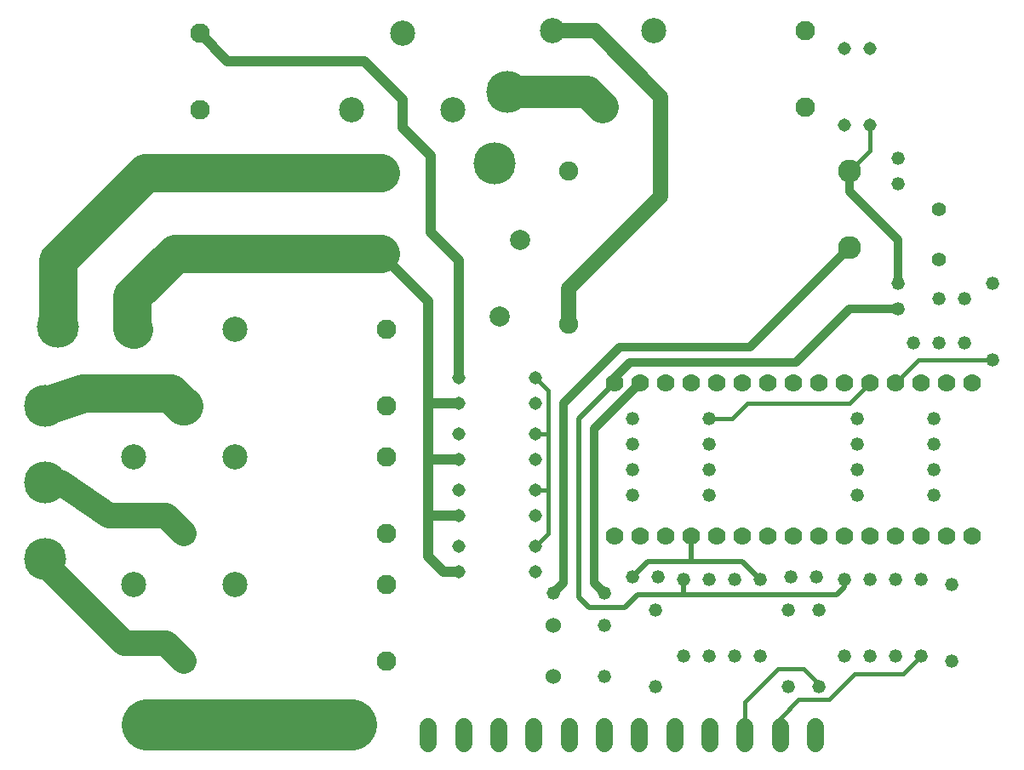
<source format=gtl>
G75*
%MOIN*%
%OFA0B0*%
%FSLAX24Y24*%
%IPPOS*%
%LPD*%
%AMOC8*
5,1,8,0,0,1.08239X$1,22.5*
%
%ADD10C,0.0515*%
%ADD11C,0.1424*%
%ADD12C,0.0984*%
%ADD13C,0.0768*%
%ADD14C,0.0900*%
%ADD15C,0.0750*%
%ADD16C,0.0520*%
%ADD17C,0.1650*%
%ADD18C,0.0650*%
%ADD19C,0.0600*%
%ADD20C,0.0560*%
%ADD21C,0.0700*%
%ADD22C,0.0787*%
%ADD23C,0.0400*%
%ADD24C,0.1500*%
%ADD25C,0.0600*%
%ADD26C,0.1250*%
%ADD27C,0.2000*%
%ADD28C,0.0160*%
%ADD29C,0.0320*%
%ADD30C,0.0200*%
%ADD31C,0.1000*%
D10*
X018800Y008700D03*
X018800Y009700D03*
X018800Y010900D03*
X018800Y011900D03*
X018800Y013100D03*
X018800Y014100D03*
X018800Y015300D03*
X018800Y016300D03*
X021800Y016300D03*
X021800Y015300D03*
X021800Y014100D03*
X021800Y013100D03*
X021800Y011900D03*
X021800Y010900D03*
X021800Y009700D03*
X021800Y008700D03*
X033900Y026200D03*
X034900Y026200D03*
X034900Y029200D03*
X033900Y029200D03*
D11*
X015714Y024331D03*
X015714Y021181D03*
D12*
X010008Y018188D03*
X008024Y015212D03*
X010008Y013188D03*
X008024Y010212D03*
X010008Y008188D03*
X008024Y005212D03*
X006039Y008188D03*
X006039Y013188D03*
X006039Y018188D03*
X014592Y026812D03*
X016576Y029788D03*
X018561Y026812D03*
X022439Y029888D03*
X024424Y026912D03*
X026408Y029888D03*
D13*
X032361Y029888D03*
X032361Y026912D03*
X015961Y018188D03*
X015961Y015212D03*
X015961Y013188D03*
X015961Y010212D03*
X015961Y008188D03*
X015961Y005212D03*
X008639Y026812D03*
X008639Y029788D03*
D14*
X034100Y024400D03*
X034100Y021400D03*
D15*
X023100Y018400D03*
X023100Y024400D03*
D16*
X025600Y014700D03*
X025600Y013700D03*
X025600Y012700D03*
X025600Y011700D03*
X028600Y011700D03*
X028600Y012700D03*
X028600Y013700D03*
X028600Y014700D03*
X034400Y014700D03*
X034400Y013700D03*
X034400Y012700D03*
X034400Y011700D03*
X037400Y011700D03*
X037400Y012700D03*
X037400Y013700D03*
X037400Y014700D03*
X039700Y017000D03*
X038600Y017650D03*
X037600Y017650D03*
X036600Y017650D03*
X036000Y019000D03*
X037600Y019400D03*
X038600Y019400D03*
X039700Y020000D03*
X036000Y020000D03*
X036000Y023900D03*
X036000Y024900D03*
X032800Y008500D03*
X033900Y008400D03*
X034900Y008400D03*
X035900Y008400D03*
X036900Y008400D03*
X038100Y008200D03*
X036900Y005400D03*
X035900Y005400D03*
X034900Y005400D03*
X033900Y005400D03*
X032900Y004200D03*
X031700Y004200D03*
X030600Y005400D03*
X029600Y005400D03*
X028600Y005400D03*
X027600Y005400D03*
X026500Y004200D03*
X024500Y004600D03*
X024500Y006600D03*
X024500Y007850D03*
X025600Y008500D03*
X026600Y008500D03*
X027600Y008400D03*
X028600Y008400D03*
X029600Y008400D03*
X030600Y008400D03*
X031800Y008500D03*
X031700Y007200D03*
X032900Y007200D03*
X038100Y005200D03*
X026500Y007200D03*
X022500Y007850D03*
D17*
X006600Y002700D03*
X008600Y002700D03*
X010600Y002700D03*
X012600Y002700D03*
X014600Y002700D03*
X002600Y009200D03*
X002600Y012200D03*
X002600Y015200D03*
X003100Y018300D03*
X020200Y024700D03*
X020700Y027500D03*
D18*
X020356Y002625D02*
X020356Y001975D01*
X018978Y001975D02*
X018978Y002625D01*
X017600Y002625D02*
X017600Y001975D01*
X021734Y001975D02*
X021734Y002625D01*
X023112Y002625D02*
X023112Y001975D01*
X024490Y001975D02*
X024490Y002625D01*
X025868Y002625D02*
X025868Y001975D01*
X027246Y001975D02*
X027246Y002625D01*
X028624Y002625D02*
X028624Y001975D01*
X030002Y001975D02*
X030002Y002625D01*
X031380Y002625D02*
X031380Y001975D01*
X032757Y001975D02*
X032757Y002625D01*
D19*
X022500Y004600D03*
X022500Y006600D03*
D20*
X037600Y020916D03*
X037600Y022884D03*
D21*
X037900Y016100D03*
X036900Y016100D03*
X035900Y016100D03*
X034900Y016100D03*
X033900Y016100D03*
X032900Y016100D03*
X031900Y016100D03*
X030900Y016100D03*
X029900Y016100D03*
X028900Y016100D03*
X027900Y016100D03*
X026900Y016100D03*
X025900Y016100D03*
X024900Y016100D03*
X024900Y010100D03*
X025900Y010100D03*
X026900Y010100D03*
X027900Y010100D03*
X028900Y010100D03*
X029900Y010100D03*
X030900Y010100D03*
X031900Y010100D03*
X032900Y010100D03*
X033900Y010100D03*
X034900Y010100D03*
X035900Y010100D03*
X036900Y010100D03*
X037900Y010100D03*
X038900Y010100D03*
X038900Y016100D03*
D22*
X021200Y021700D03*
X020400Y018700D03*
D23*
X017600Y019295D02*
X015714Y021181D01*
X017700Y022000D02*
X018800Y020900D01*
X018800Y016300D01*
X018800Y015300D02*
X017600Y015300D01*
X017600Y013100D01*
X018800Y013100D01*
X017600Y013100D02*
X017600Y010900D01*
X018800Y010900D01*
X017600Y010900D02*
X017600Y009300D01*
X018200Y008700D01*
X018800Y008700D01*
X017600Y015300D02*
X017600Y019295D01*
X017700Y022000D02*
X017700Y025000D01*
X016600Y026100D01*
X016600Y027200D01*
X015100Y028700D01*
X009728Y028700D01*
X008639Y029788D01*
D24*
X006531Y024331D02*
X003100Y020900D01*
X003100Y018300D01*
X006000Y018228D02*
X006039Y018188D01*
X006000Y018228D02*
X006000Y019500D01*
X007681Y021181D01*
X015714Y021181D01*
X015714Y024331D02*
X006531Y024331D01*
X007500Y015700D02*
X004100Y015700D01*
X002600Y015200D01*
X007500Y015700D02*
X007988Y015212D01*
X008024Y015212D01*
D25*
X023100Y018400D02*
X023100Y019800D01*
X026700Y023400D01*
X026700Y027300D01*
X024112Y029888D01*
X022439Y029888D01*
D26*
X023835Y027500D02*
X020700Y027500D01*
X023835Y027500D02*
X024424Y026912D01*
D27*
X014600Y002700D02*
X012600Y002700D01*
X010600Y002700D01*
X006600Y002700D01*
D28*
X021800Y009700D02*
X022300Y010200D01*
X022300Y011900D01*
X021800Y011900D01*
X022300Y011900D02*
X022300Y014100D01*
X021800Y014100D01*
X022300Y014100D02*
X022300Y015800D01*
X021800Y016300D01*
X028600Y014700D02*
X029500Y014700D01*
X030100Y015300D01*
X034100Y015300D01*
X034900Y016100D01*
X035900Y016100D02*
X036800Y017000D01*
X039700Y017000D01*
X034100Y024400D02*
X034900Y025200D01*
X034900Y026200D01*
X036900Y005400D02*
X036200Y004700D01*
X034300Y004700D01*
X033300Y003700D01*
X032100Y003700D01*
X031380Y002980D01*
X031380Y002300D01*
X030002Y002300D02*
X030002Y003602D01*
X031300Y004900D01*
X032300Y004900D01*
X032900Y004300D01*
X032900Y004200D01*
D29*
X024500Y007850D02*
X024100Y008250D01*
X024100Y014300D01*
X025900Y016100D01*
X025500Y016900D02*
X024900Y016300D01*
X024900Y016100D01*
X025500Y016900D02*
X032000Y016900D01*
X034100Y019000D01*
X036000Y019000D01*
X036000Y020000D02*
X036000Y021700D01*
X034100Y023600D01*
X034100Y024400D01*
X034100Y021400D02*
X030200Y017500D01*
X025100Y017500D01*
X022900Y015300D01*
X022900Y008250D01*
X022500Y007850D01*
D30*
X023500Y007700D02*
X023900Y007300D01*
X025300Y007300D01*
X025800Y007800D01*
X027600Y007800D01*
X027600Y008400D01*
X027600Y007800D02*
X033600Y007800D01*
X033900Y008100D01*
X033900Y008400D01*
X030600Y008400D02*
X029900Y009100D01*
X027900Y009100D01*
X027900Y010100D01*
X027900Y009100D02*
X026200Y009100D01*
X025600Y008500D01*
X023500Y007700D02*
X023500Y014700D01*
X024900Y016100D01*
D31*
X008024Y010212D02*
X007335Y010900D01*
X005100Y010900D01*
X003200Y012200D01*
X002600Y012200D01*
X002600Y009200D02*
X002600Y009000D01*
X005700Y005900D01*
X007335Y005900D01*
X008024Y005212D01*
M02*

</source>
